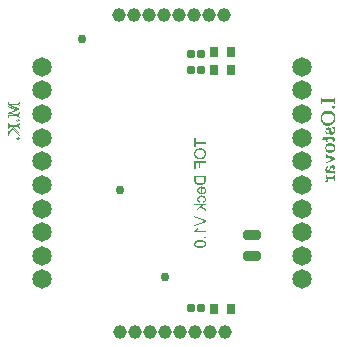
<source format=gbs>
%FSTAX23Y23*%
%MOIN*%
%SFA1B1*%

%IPPOS*%
%AMD29*
4,1,8,-0.012800,0.008400,-0.012800,-0.008400,-0.007400,-0.013800,0.007400,-0.013800,0.012800,-0.008400,0.012800,0.008400,0.007400,0.013800,-0.007400,0.013800,-0.012800,0.008400,0.0*
1,1,0.010827,-0.007400,0.008400*
1,1,0.010827,-0.007400,-0.008400*
1,1,0.010827,0.007400,-0.008400*
1,1,0.010827,0.007400,0.008400*
%
%AMD33*
4,1,8,-0.021900,-0.017900,0.021900,-0.017900,0.028500,-0.011200,0.028500,0.011200,0.021900,0.017900,-0.021900,0.017900,-0.028500,0.011200,-0.028500,-0.011200,-0.021900,-0.017900,0.0*
1,1,0.013386,-0.021900,-0.011200*
1,1,0.013386,0.021900,-0.011200*
1,1,0.013386,0.021900,0.011200*
1,1,0.013386,-0.021900,0.011200*
%
G04~CAMADD=29~8~0.0~0.0~275.6~255.9~54.1~0.0~15~0.0~0.0~0.0~0.0~0~0.0~0.0~0.0~0.0~0~0.0~0.0~0.0~90.0~256.0~276.0*
%ADD29D29*%
G04~CAMADD=33~8~0.0~0.0~570.9~358.3~66.9~0.0~15~0.0~0.0~0.0~0.0~0~0.0~0.0~0.0~0.0~0~0.0~0.0~0.0~180.0~571.0~358.0*
%ADD33D33*%
%ADD39C,0.045275*%
%ADD40C,0.064960*%
%ADD41C,0.029527*%
%ADD52R,0.029527X0.037401*%
%ADD53R,0.029527X0.037401*%
%LNdeck-1*%
%LPD*%
G36*
X00657Y00712D02*
X00691D01*
Y00706*
X00657*
Y00694*
X00652*
Y00724*
X00657*
Y00712*
G37*
G36*
X00673Y0069D02*
X00674Y0069D01*
X00676Y0069*
X00677Y0069*
X00677Y00689*
X00678Y00689*
X00679Y00689*
X00679Y00689*
X0068Y00689*
X0068Y00688*
X00681Y00688*
X00681Y00688*
X00681Y00688*
X00682Y00688*
X00682Y00688*
X00683Y00687*
X00683Y00687*
X00684Y00687*
X00685Y00686*
X00685Y00685*
X00686Y00685*
X00686Y00684*
X00687Y00684*
X00687Y00683*
X00688Y00683*
X00688Y00682*
X00688Y00682*
X00689Y00682*
X00689Y00682*
X00689Y00681*
X00689Y00681*
X00689Y00681*
X0069Y0068*
X0069Y00679*
X0069Y00678*
X00691Y00677*
X00691Y00676*
X00691Y00676*
X00691Y00675*
X00691Y00674*
X00691Y00674*
X00691Y00673*
X00691Y00673*
X00691Y00672*
Y00672*
X00691Y00671*
X00691Y0067*
X00691Y00668*
X00691Y00667*
X00691Y00667*
X0069Y00666*
X0069Y00665*
X0069Y00665*
X0069Y00664*
X0069Y00664*
X00689Y00663*
X00689Y00663*
X00689Y00663*
X00689Y00662*
X00689Y00662*
X00689Y00662*
X00688Y00661*
X00688Y0066*
X00687Y0066*
X00686Y00659*
X00686Y00658*
X00685Y00658*
X00685Y00657*
X00684Y00657*
X00684Y00657*
X00683Y00656*
X00683Y00656*
X00683Y00656*
X00682Y00656*
X00682Y00656*
X00682Y00656*
X00681Y00655*
X0068Y00655*
X00679Y00655*
X00679Y00654*
X00678Y00654*
X00677Y00654*
X00676Y00654*
X00675Y00654*
X00674Y00654*
X00674Y00653*
X00673Y00653*
X00673Y00653*
X00672Y00653*
X00672*
X00672*
X00672*
X00671Y00653*
X0067Y00653*
X00669Y00654*
X00668Y00654*
X00667Y00654*
X00666Y00654*
X00665Y00654*
X00664Y00654*
X00664Y00655*
X00663Y00655*
X00663Y00655*
X00662Y00655*
X00662Y00655*
X00662Y00656*
X00661Y00656*
X00661Y00656*
X00661Y00656*
X0066Y00657*
X00659Y00657*
X00658Y00658*
X00658Y00658*
X00657Y00659*
X00657Y00659*
X00656Y0066*
X00656Y0066*
X00655Y00661*
X00655Y00661*
X00655Y00661*
X00655Y00662*
X00654Y00662*
X00654Y00662*
X00654Y00662*
X00654Y00663*
X00653Y00664*
X00653Y00665*
X00653Y00665*
X00653Y00666*
X00652Y00667*
X00652Y00668*
X00652Y00669*
X00652Y00669*
X00652Y0067*
X00652Y0067*
X00652Y00671*
X00652Y00671*
Y00672*
X00652Y00673*
X00652Y00675*
X00652Y00676*
X00653Y00677*
X00653Y00678*
X00653Y00679*
X00654Y0068*
X00654Y00681*
X00655Y00682*
X00655Y00683*
X00656Y00684*
X00656Y00684*
X00657Y00684*
X00657Y00685*
X00657Y00685*
X00657Y00685*
X00658Y00686*
X00659Y00687*
X00661Y00687*
X00662Y00688*
X00663Y00688*
X00664Y00689*
X00665Y00689*
X00667Y00689*
X00668Y0069*
X00669Y0069*
X0067Y0069*
X00671Y0069*
X00671Y0069*
X00671*
X00672Y0069*
X00672*
X00672*
X00672*
X00672*
X00673Y0069*
G37*
G36*
X00691Y00641D02*
X00673D01*
Y00623*
X00669*
Y00641*
X00657*
Y00621*
X00652*
Y00647*
X00691*
Y00641*
G37*
G36*
Y00585D02*
X00691Y00584D01*
X00691Y00583*
X00691Y00582*
X0069Y00581*
X0069Y00581*
X0069Y0058*
X0069Y0058*
X0069Y0058*
X0069Y00579*
Y00579*
X0069Y00579*
Y00579*
X0069Y00578*
X0069Y00577*
X00689Y00577*
X00689Y00576*
X00689Y00575*
X00688Y00575*
X00688Y00575*
X00688Y00575*
Y00575*
X00688Y00574*
X00687Y00573*
X00687Y00573*
X00686Y00572*
X00686Y00572*
X00685Y00571*
X00685Y00571*
X00685Y00571*
X00685Y00571*
X00685*
X00684Y00571*
X00683Y0057*
X00682Y0057*
X00681Y00569*
X0068Y00569*
X0068Y00569*
X0068Y00569*
X0068Y00569*
X00679Y00569*
X00679Y00568*
X00679*
X00678Y00568*
X00677Y00568*
X00675Y00568*
X00674Y00568*
X00673Y00568*
X00673Y00567*
X00673*
X00672Y00567*
X00672*
X00672*
X00671*
X00671*
X0067Y00568*
X00669Y00568*
X00668Y00568*
X00667Y00568*
X00666Y00568*
X00666Y00568*
X00665Y00568*
X00664Y00568*
X00664Y00568*
X00663Y00569*
X00663Y00569*
X00663Y00569*
X00662Y00569*
X00662Y00569*
X00662*
X00661Y0057*
X0066Y0057*
X00659Y00571*
X00658Y00571*
X00658Y00571*
X00658Y00572*
X00657Y00572*
X00657Y00572*
X00656Y00573*
X00656Y00573*
X00656Y00573*
X00656Y00573*
X00656Y00573*
X00656Y00574*
X00655Y00574*
X00654Y00575*
X00654Y00576*
X00654Y00577*
X00653Y00578*
X00653Y00578*
X00653Y00579*
X00653Y00579*
X00653Y00579*
X00653Y00579*
Y00579*
X00653Y0058*
X00653Y0058*
X00653Y00581*
X00653Y00582*
X00652Y00583*
X00652Y00584*
Y00584*
X00652Y00585*
Y00599*
X00691*
Y00585*
G37*
G36*
X00678Y00563D02*
X0068Y00562D01*
X00681Y00562*
X00682Y00562*
X00683Y00562*
X00683Y00562*
X00684Y00561*
X00685Y00561*
X00686Y00561*
X00686Y0056*
X00687Y0056*
X00687Y0056*
X00687Y00559*
X00687Y00559*
X00688Y00559*
X00688Y00559*
X00688Y00558*
X00689Y00558*
X00689Y00557*
X0069Y00556*
X0069Y00555*
X0069Y00554*
X00691Y00554*
X00691Y00553*
X00691Y00552*
X00691Y00552*
X00691Y00551*
X00691Y0055*
Y0055*
X00691Y0055*
Y00549*
X00691Y00549*
X00691Y00548*
X00691Y00547*
X00691Y00546*
X00691Y00545*
X00691Y00545*
X0069Y00544*
X0069Y00544*
X0069Y00543*
X0069Y00543*
X0069Y00542*
X00689Y00542*
X00689Y00542*
X00689Y00542*
X00689Y00541*
X00689Y00541*
X00689Y00541*
X00688Y0054*
X00688Y0054*
X00687Y00539*
X00686Y00539*
X00685Y00538*
X00684Y00538*
X00684Y00538*
X00684Y00538*
X00683Y00537*
X00683Y00537*
X00683Y00537*
X00682Y00537*
X00682*
X00682Y00542*
X00683Y00542*
X00684Y00543*
X00685Y00543*
X00685Y00544*
X00686Y00544*
X00686Y00545*
X00686Y00545*
X00686Y00545*
Y00545*
X00687Y00546*
X00687Y00546*
X00687Y00547*
X00687Y00548*
X00687Y00548*
X00687Y00549*
X00688Y00549*
Y00549*
X00687Y0055*
X00687Y00551*
X00687Y00551*
X00687Y00552*
X00687Y00553*
X00686Y00554*
X00686Y00554*
X00686Y00554*
X00686Y00555*
X00686Y00555*
X00685Y00555*
X00685Y00555*
X00685Y00555*
X00685Y00555*
X00685Y00556*
X00684Y00556*
X00684Y00556*
X00683Y00557*
X00682Y00557*
X00681Y00557*
X0068Y00558*
X0068Y00558*
X00679Y00558*
X00679Y00558*
X00679Y00558*
X00678Y00558*
X00678*
X00678*
Y00537*
X00678Y00537*
X00677*
X00677*
X00677*
X00676Y00537*
X00674Y00537*
X00673Y00537*
X00672Y00538*
X00671Y00538*
X0067Y00538*
X0067Y00538*
X00669Y00539*
X00668Y00539*
X00668Y00539*
X00667Y0054*
X00667Y0054*
X00667Y0054*
X00666Y0054*
X00666Y00541*
X00666Y00541*
X00665Y00541*
X00665Y00542*
X00664Y00543*
X00664Y00543*
X00664Y00544*
X00663Y00545*
X00663Y00546*
X00663Y00546*
X00663Y00547*
X00663Y00548*
X00662Y00548*
X00662Y00549*
Y00549*
X00662Y00549*
Y0055*
X00662Y00551*
X00662Y00552*
X00663Y00553*
X00663Y00554*
X00663Y00554*
X00664Y00555*
X00664Y00556*
X00664Y00557*
X00665Y00557*
X00665Y00558*
X00665Y00558*
X00666Y00558*
X00666Y00559*
X00666Y00559*
X00666Y00559*
X00666Y00559*
X00667Y0056*
X00668Y0056*
X00669Y00561*
X0067Y00561*
X0067Y00561*
X00671Y00562*
X00672Y00562*
X00673Y00562*
X00674Y00562*
X00675Y00562*
X00675Y00563*
X00676Y00563*
X00676*
X00677Y00563*
X00677*
X00677*
X00678Y00563*
G37*
G36*
X00678Y00533D02*
X00679Y00532D01*
X00681Y00532*
X00682Y00532*
X00683Y00532*
X00683Y00532*
X00684Y00531*
X00685Y00531*
X00686Y00531*
X00686Y0053*
X00687Y0053*
X00687Y0053*
X00687Y00529*
X00688Y00529*
X00688Y00529*
X00688Y00529*
X00688Y00528*
X00689Y00528*
X00689Y00527*
X0069Y00526*
X0069Y00525*
X0069Y00525*
X00691Y00524*
X00691Y00523*
X00691Y00523*
X00691Y00522*
X00691Y00521*
X00691Y00521*
Y00521*
X00691Y0052*
Y0052*
X00691Y00519*
X00691Y00518*
X00691Y00518*
X00691Y00517*
X00691Y00516*
X00691Y00516*
X0069Y00515*
X0069Y00514*
X0069Y00514*
X0069Y00514*
X00689Y00513*
X00689Y00513*
X00689Y00513*
X00689Y00512*
X00689Y00512*
X00689Y00512*
X00688Y00512*
X00688Y00511*
X00687Y00511*
X00686Y0051*
X00686Y0051*
X00685Y0051*
X00684Y00509*
X00683Y00509*
X00683Y00509*
X00682Y00509*
X00682Y00509*
X00682Y00509*
X00681Y00508*
X00681Y00508*
X00681*
X00681Y00513*
X00681Y00513*
X00682Y00513*
X00682Y00513*
X00683Y00514*
X00683Y00514*
X00684Y00514*
X00684Y00514*
X00685Y00514*
X00685Y00515*
X00685Y00515*
X00686Y00515*
X00686Y00515*
X00686Y00515*
X00686Y00515*
X00686Y00516*
X00687Y00517*
X00687Y00518*
X00687Y00518*
X00687Y00519*
X00687Y00519*
Y0052*
X00688Y0052*
Y0052*
X00687Y00521*
X00687Y00521*
X00687Y00522*
X00687Y00522*
X00687Y00523*
X00686Y00524*
X00686Y00524*
X00686Y00525*
X00686Y00525*
X00685Y00525*
X00685Y00525*
X00685Y00526*
X00685Y00526*
X00685Y00526*
X00685Y00526*
X00684Y00526*
X00683Y00527*
X00683Y00527*
X00681Y00527*
X0068Y00528*
X00679Y00528*
X00679Y00528*
X00678Y00528*
X00678Y00528*
X00677Y00528*
X00677*
X00677*
X00677*
X00676Y00528*
X00675Y00528*
X00674Y00528*
X00673Y00527*
X00673Y00527*
X00672Y00527*
X00671Y00527*
X00671Y00527*
X0067Y00526*
X0067Y00526*
X0067Y00526*
X00669Y00526*
X00669Y00526*
X00669Y00526*
X00669Y00526*
X00669Y00526*
X00668Y00525*
X00668Y00525*
X00668Y00524*
X00667Y00524*
X00667Y00523*
X00667Y00523*
X00667Y00522*
X00666Y00521*
X00666Y00521*
X00666Y0052*
X00666Y0052*
Y0052*
X00666Y00519*
X00666Y00518*
X00667Y00517*
X00667Y00517*
X00667Y00516*
X00667Y00516*
X00668Y00516*
X00668Y00516*
X00668Y00515*
X00669Y00515*
X0067Y00514*
X0067Y00514*
X00671Y00514*
X00671Y00514*
X00672Y00514*
X00672Y00514*
X00672Y00513*
X00672*
X00671Y00509*
X0067Y00509*
X0067Y00509*
X00669Y0051*
X00668Y0051*
X00668Y0051*
X00667Y0051*
X00667Y00511*
X00666Y00511*
X00666Y00511*
X00666Y00512*
X00665Y00512*
X00665Y00512*
X00665Y00512*
X00665Y00512*
X00665Y00513*
X00665Y00513*
X00664Y00513*
X00664Y00514*
X00664Y00514*
X00663Y00515*
X00663Y00516*
X00663Y00517*
X00663Y00518*
X00662Y00518*
X00662Y00519*
X00662Y00519*
X00662Y0052*
Y0052*
X00662Y00521*
X00663Y00523*
X00663Y00524*
X00663Y00524*
X00663Y00525*
X00663Y00525*
X00663Y00525*
X00664Y00526*
X00664Y00526*
X00664Y00526*
X00664Y00526*
X00664Y00527*
Y00527*
X00665Y00528*
X00666Y00529*
X00666Y00529*
X00667Y0053*
X00668Y00531*
X00668Y00531*
X00669Y00531*
X00669Y00531*
X00669Y00531*
X00669Y00531*
X00669*
X0067Y00532*
X00672Y00532*
X00673Y00532*
X00674Y00532*
X00675Y00532*
X00675Y00533*
X00676Y00533*
X00676*
X00677Y00533*
X00677*
X00677*
X00677*
X00678Y00533*
G37*
G36*
X00691Y005D02*
X0068D01*
X00677Y00496*
X00691Y00487*
Y00481*
X00673Y00493*
X00663Y00482*
Y00489*
X00674Y005*
X00652*
Y00504*
X00691*
Y005*
G37*
G36*
Y00451D02*
Y00446D01*
X00652Y00431*
Y00436*
X0068Y00446*
X00681Y00447*
X00683Y00447*
X00684Y00448*
X00685Y00448*
X00685Y00448*
X00685Y00448*
X00686Y00448*
X00686Y00448*
X00686Y00448*
X00686Y00448*
X00687Y00448*
X00687*
X00685Y00449*
X00684Y00449*
X00683Y00449*
X00682Y0045*
X00682Y0045*
X00682Y0045*
X00681Y0045*
X00681Y0045*
X00681Y0045*
X0068Y0045*
X0068Y0045*
X0068*
X00652Y0046*
Y00466*
X00691Y00451*
G37*
G36*
X00666Y00424D02*
X00666Y00423D01*
X00665Y00422*
X00665Y00421*
X00665Y00421*
X00664Y0042*
X00664Y0042*
X00664Y0042*
X00664Y0042*
X00664Y0042*
Y0042*
X00663Y00419*
X00663Y00418*
X00662Y00417*
X00662Y00416*
X00661Y00416*
X00661Y00415*
X00661Y00415*
X00661Y00415*
X00691*
Y0041*
X00652*
Y00413*
X00653Y00414*
X00654Y00415*
X00655Y00415*
X00656Y00416*
X00656Y00417*
X00657Y00417*
X00657Y00417*
X00657Y00417*
X00657Y00418*
X00657Y00418*
X00657Y00418*
X00658Y00419*
X00659Y0042*
X0066Y00421*
X00661Y00422*
X00661Y00423*
X00661Y00423*
X00661Y00424*
X00662Y00424*
X00662Y00424*
X00662Y00424*
X00662Y00425*
X00662Y00425*
X00666*
X00666Y00424*
G37*
G36*
X00691Y0039D02*
X00685D01*
Y00396*
X00691*
Y0039*
G37*
G36*
X00674Y00383D02*
X00676Y00383D01*
X00677Y00383*
X00679Y00383*
X0068Y00383*
X00682Y00382*
X00683Y00382*
X00684Y00382*
X00685Y00381*
X00685Y00381*
X00686Y00381*
X00687Y0038*
X00687Y0038*
X00687Y0038*
X00687Y0038*
X00687Y0038*
X00688Y00379*
X00689Y00378*
X00689Y00378*
X0069Y00377*
X0069Y00376*
X0069Y00376*
X00691Y00375*
X00691Y00374*
X00691Y00373*
X00691Y00373*
X00691Y00372*
X00691Y00372*
X00691Y00372*
X00691Y00371*
Y00371*
X00691Y0037*
X00691Y00369*
X00691Y00369*
X00691Y00368*
X00691Y00367*
X00691Y00367*
X0069Y00366*
X0069Y00366*
X0069Y00365*
X0069Y00365*
X0069Y00365*
X00689Y00365*
X00689Y00364*
X00689Y00364*
X00689Y00364*
X00689Y00364*
X00689Y00364*
X00688Y00363*
X00687Y00362*
X00686Y00361*
X00685Y00361*
X00685Y00361*
X00684Y0036*
X00684Y0036*
X00683Y0036*
X00683Y0036*
X00683Y0036*
X00683Y0036*
X00683*
X00682Y0036*
X00681Y00359*
X00679Y00359*
X00677Y00359*
X00677Y00359*
X00676Y00359*
X00675Y00359*
X00674Y00359*
X00674Y00359*
X00673Y00358*
X00673*
X00672*
X00672*
X00672*
X00671*
X0067Y00359*
X00669Y00359*
X00668Y00359*
X00667Y00359*
X00666Y00359*
X00666Y00359*
X00665Y00359*
X00665Y00359*
X00664Y00359*
X00664Y00359*
X00663Y00359*
X00663Y00359*
X00663Y00359*
X00663Y00359*
X00663*
X00662Y0036*
X00661Y0036*
X0066Y0036*
X00659Y00361*
X00658Y00361*
X00658Y00361*
X00658Y00361*
X00658Y00361*
X00657Y00362*
X00657Y00362*
X00657Y00362*
X00657*
X00656Y00362*
X00656Y00363*
X00655Y00364*
X00654Y00364*
X00654Y00365*
X00654Y00365*
X00654Y00365*
X00654Y00365*
X00654Y00366*
Y00366*
X00653Y00366*
X00653Y00367*
X00653Y00368*
X00652Y00369*
X00652Y0037*
X00652Y0037*
X00652Y0037*
Y00371*
X00652Y00372*
X00652Y00372*
X00652Y00373*
X00653Y00374*
X00653Y00374*
X00653Y00375*
X00653Y00376*
X00653Y00376*
X00654Y00376*
X00654Y00377*
X00654Y00377*
X00654Y00377*
X00654Y00378*
X00654Y00378*
X00654Y00378*
X00655Y00378*
X00655Y00378*
X00655Y00379*
X00656Y0038*
X00658Y0038*
X00659Y00381*
X00659Y00381*
X00659Y00382*
X0066Y00382*
X0066Y00382*
X00661Y00382*
X00661Y00382*
X00661Y00382*
X00661*
X00662Y00382*
X00663Y00383*
X00664Y00383*
X00666Y00383*
X00667Y00383*
X00668Y00383*
X00669Y00383*
X00669Y00383*
X0067Y00383*
X00671*
X00671Y00383*
X00672*
X00672*
X00672*
X00674Y00383*
G37*
G36*
X01121Y00848D02*
Y00846D01*
X01121Y00845*
Y00843*
X01121Y00843*
Y00842*
X01121Y00838*
X01119*
X01119Y00839*
X01118Y00839*
Y0084*
X01118Y0084*
X01118Y00841*
Y00841*
X01118Y00842*
X01118Y00842*
Y00842*
X01118Y00842*
Y00842*
X01118Y00843*
X01118Y00843*
X01117Y00843*
X01117Y00843*
X01117Y00843*
X01117Y00843*
X01117Y00843*
X01116Y00844*
X01115Y00844*
X01114Y00844*
X01113Y00844*
X01113*
X01112Y00844*
X01112*
X01112*
X01111*
X01111*
X0111*
X01109*
X01108*
X01106Y00844*
X01105*
X01104*
X01102*
X01101*
X01099*
X01098*
X01097*
X01096*
X01095*
X01094*
X01094*
X01094*
X01094*
X01094*
X01094*
X01092*
X0109*
X01089*
X01087Y00844*
X01086*
X01085Y00844*
X01084*
X01084Y00844*
X01083*
X01082*
X01082Y00844*
X01081*
X01081Y00844*
X01081*
X01081*
X01081*
X0108Y00844*
X0108Y00843*
X01079Y00843*
X01079Y00843*
X01079Y00843*
X01079Y00843*
X01079Y00843*
X01079Y00843*
X01079Y00843*
X01078Y00842*
X01078Y00842*
X01078Y00841*
X01078Y0084*
X01078Y00839*
X01078Y00839*
Y00839*
X01078Y00838*
Y00838*
X01075*
X01075Y0084*
X01075Y00842*
X01075Y00844*
Y00845*
X01075Y00846*
Y0085*
X01075Y00852*
Y00854*
X01075Y00855*
Y00856*
X01075Y00857*
Y00858*
X01075Y00859*
Y00859*
X01078*
X01078Y00859*
X01078Y00858*
X01078Y00857*
X01078Y00857*
X01078Y00856*
X01078Y00856*
X01078Y00856*
X01078Y00855*
X01078Y00855*
X01079Y00855*
X01079Y00854*
Y00854*
X01079Y00854*
X01079Y00854*
X01079Y00854*
X01079Y00854*
X01079*
X0108Y00854*
X0108*
X0108Y00854*
X01081Y00854*
X01081*
X01082*
X01083Y00854*
X01084Y00853*
X01085*
X01085*
X01085*
X01086*
X01086*
X01086*
X01087Y00853*
X01089*
X0109*
X01092Y00853*
X01093*
X01094*
X01095*
X01096Y00853*
X01097*
X01097*
X01098*
X01098*
X01099*
X01099*
X01099*
X01099*
X01101*
X01103*
X01105*
X01107Y00853*
X01108*
X01109Y00853*
X01111*
X01112*
X01112Y00853*
X01113*
X01114Y00854*
X01114*
X01115Y00854*
X01115*
X01115*
X01115*
X01116Y00854*
X01117Y00854*
X01117Y00854*
X01117Y00854*
X01118Y00854*
X01118Y00854*
X01118Y00854*
X01118Y00854*
X01118Y00855*
X01118Y00855*
X01118Y00855*
X01118Y00855*
X01118Y00856*
X01118Y00857*
X01118Y00858*
X01119Y00859*
X01119Y00859*
Y00859*
X01121*
X01121Y00848*
G37*
G36*
X01118Y00832D02*
X01118Y00832D01*
X01119Y00832*
X01119Y00832*
X0112Y00831*
X0112Y00831*
X0112Y00831*
X0112Y00831*
X01121Y0083*
X01121Y0083*
X01122Y00829*
X01122Y00828*
X01122Y00828*
X01122Y00827*
Y00827*
X01122Y00826*
X01122Y00826*
X01121Y00825*
X01121Y00825*
X01121Y00824*
X01121Y00824*
X01121Y00824*
X0112Y00823*
X0112Y00823*
X01119Y00823*
X01119Y00822*
X01118Y00822*
X01118Y00822*
X01117Y00822*
X01117*
X01117*
X01116Y00822*
X01115Y00822*
X01115Y00822*
X01114Y00823*
X01114Y00823*
X01113Y00823*
X01113Y00823*
X01113Y00823*
X01113Y00824*
X01112Y00825*
X01112Y00825*
X01112Y00826*
X01112Y00826*
X01111Y00827*
Y00827*
X01112Y00828*
X01112Y00829*
X01112Y00829*
X01112Y0083*
X01113Y0083*
X01113Y00831*
X01113Y00831*
X01113Y00831*
X01114Y00831*
X01114Y00832*
X01115Y00832*
X01115Y00832*
X01116Y00832*
X01116Y00832*
X01117*
X01117*
X01118Y00832*
G37*
G36*
X01101Y00816D02*
X01103Y00816D01*
X01104Y00816*
X01106Y00815*
X01107Y00815*
X01109Y00814*
X0111Y00814*
X01111Y00813*
X01112Y00812*
X01113Y00812*
X01114Y00811*
X01115Y00811*
X01115Y0081*
X01115Y0081*
X01116Y0081*
X01116Y0081*
X01117Y00808*
X01118Y00807*
X01119Y00806*
X01119Y00804*
X0112Y00803*
X0112Y00801*
X01121Y00799*
X01121Y00798*
X01121Y00797*
X01122Y00795*
X01122Y00794*
X01122Y00793*
X01122Y00792*
X01122Y00792*
Y00791*
X01122Y0079*
X01122Y00788*
X01122Y00787*
X01121Y00786*
X01121Y00784*
X01121Y00783*
X01121Y00782*
X0112Y00781*
X0112Y0078*
X0112Y0078*
X0112Y00779*
X01119Y00778*
X01119Y00778*
X01119Y00778*
X01119Y00777*
X01119Y00777*
X01118Y00776*
X01118Y00775*
X01117Y00774*
X01116Y00774*
X01116Y00773*
X01115Y00772*
X01114Y00771*
X01113Y00771*
X01113Y0077*
X01112Y0077*
X01112Y00769*
X01111Y00769*
X01111Y00769*
X0111Y00769*
X0111Y00769*
X0111Y00768*
X01109Y00768*
X01108Y00767*
X01107Y00767*
X01106Y00767*
X01105Y00766*
X01104Y00766*
X01103Y00766*
X01102Y00766*
X01101Y00766*
X011Y00765*
X01099Y00765*
X01098Y00765*
X01098Y00765*
X01097*
X01097*
X01097*
X01096Y00765*
X01094Y00765*
X01093Y00766*
X01092Y00766*
X01091Y00766*
X0109Y00766*
X01089Y00766*
X01088Y00767*
X01088Y00767*
X01087Y00767*
X01086Y00768*
X01086Y00768*
X01086Y00768*
X01085Y00768*
X01085Y00768*
X01085Y00768*
X01084Y00769*
X01083Y00769*
X01082Y00771*
X01081Y00771*
X0108Y00772*
X0108Y00773*
X01079Y00773*
X01079Y00774*
X01079Y00775*
X01078Y00775*
X01078Y00775*
X01078Y00776*
X01078Y00776*
X01077Y00776*
X01077Y00776*
X01077Y00777*
X01076Y00778*
X01076Y0078*
X01076Y00781*
X01075Y00783*
X01075Y00784*
X01075Y00785*
X01075Y00786*
X01075Y00787*
X01075Y00788*
Y00789*
X01075Y00789*
Y0079*
X01075Y00792*
X01075Y00793*
X01075Y00795*
X01075Y00796*
X01075Y00797*
X01076Y00798*
X01076Y008*
X01076Y008*
X01076Y00801*
X01077Y00802*
X01077Y00803*
X01077Y00803*
X01077Y00804*
X01077Y00804*
X01077Y00804*
X01078Y00804*
X01078Y00805*
X01079Y00806*
X01079Y00807*
X0108Y00808*
X01081Y00809*
X01081Y0081*
X01082Y0081*
X01083Y00811*
X01083Y00811*
X01084Y00812*
X01084Y00812*
X01085Y00812*
X01085Y00813*
X01086Y00813*
X01086Y00813*
X01086Y00813*
X01087Y00814*
X01088Y00814*
X01089Y00814*
X0109Y00815*
X01092Y00815*
X01093Y00816*
X01094Y00816*
X01095Y00816*
X01096Y00816*
X01097Y00816*
X01097Y00816*
X01098Y00816*
X01098*
X01099*
X01099*
X01101Y00816*
G37*
G36*
X0112Y0076D02*
X01121Y00759D01*
X01121Y00758*
X01121Y00757*
X01121Y00756*
X01121Y00755*
X01121Y00755*
X01122Y00754*
Y00754*
X01122Y00753*
X01122Y00753*
X01122Y00752*
X01122Y00751*
X01122Y00751*
Y0075*
X01122Y00749*
X01122Y00748*
X01122Y00746*
X01121Y00745*
X01121Y00744*
X01121Y00743*
X0112Y00743*
X0112Y00742*
X0112Y00741*
X0112Y00741*
X01119Y00741*
X01119Y0074*
X01119Y0074*
X01119Y0074*
X01119Y0074*
X01118Y00739*
X01118Y00738*
X01117Y00738*
X01116Y00737*
X01116Y00737*
X01115Y00736*
X01114Y00736*
X01114Y00736*
X01113Y00736*
X01112Y00736*
X01112Y00736*
X01111Y00735*
X01111Y00735*
X01111*
X01111*
X01111*
X01109Y00735*
X01109Y00736*
X01108Y00736*
X01107Y00736*
X01106Y00736*
X01106Y00736*
X01106Y00737*
X01106Y00737*
X01105Y00737*
X01104Y00738*
X01104Y00738*
X01104Y00739*
X01103Y00739*
X01103Y0074*
X01103Y0074*
X01103Y0074*
X01103Y00741*
X01102Y00741*
X01102Y00742*
X01102Y00743*
X01102Y00744*
X01102Y00745*
X01102Y00745*
Y00745*
X01102Y00745*
Y00745*
X01102Y00746*
X01101Y00747*
X01101Y00748*
X01101Y00748*
X01101Y00749*
X01101Y00749*
X011Y0075*
X011Y0075*
X011Y00751*
X011Y00751*
X011Y00751*
X011Y00752*
X011Y00752*
X01099Y00752*
X01099Y00752*
X01098Y00753*
X01098Y00753*
X01098Y00753*
X01097Y00753*
X01097*
X01097*
X01096Y00753*
X01096Y00753*
X01095Y00753*
X01095Y00752*
X01094Y00752*
X01094Y00752*
X01094Y00752*
X01094Y00752*
X01093Y00751*
X01093Y0075*
X01093Y0075*
X01093Y00749*
X01093Y00748*
X01093Y00748*
Y00747*
X01093Y00746*
X01093Y00746*
X01093Y00745*
X01093Y00744*
X01093Y00744*
X01093Y00744*
X01093Y00743*
X01093Y00743*
X01094Y00743*
X01094Y00742*
X01094Y00742*
X01095Y00742*
X01095Y00742*
X01095Y00741*
X01095Y00741*
X01095*
X01095Y00741*
X01095Y00741*
X01096Y00741*
X01097Y00741*
X01097Y00741*
X01098Y00741*
X01099Y00741*
X01099Y00741*
X01099*
X01099*
X01099*
Y00738*
X01098*
X01097Y00738*
X01096Y00738*
X01096Y00738*
X01095*
X01094Y00738*
X01094Y00738*
X01093Y00738*
X01093Y00738*
X01092Y00738*
X01092Y00738*
X01091Y00738*
X01091*
X01091Y00738*
X01091*
X01091*
X0109Y00739*
X0109Y00741*
X0109Y00742*
X0109Y00744*
X01089Y00744*
X01089Y00745*
Y00745*
X01089Y00746*
Y00747*
X01089Y00748*
X0109Y0075*
X0109Y00751*
X0109Y00752*
X0109Y00753*
X0109Y00753*
X0109Y00753*
X0109Y00754*
X01091Y00754*
X01091Y00754*
X01091Y00754*
Y00754*
X01091Y00755*
X01092Y00756*
X01092Y00757*
X01093Y00757*
X01094Y00758*
X01094Y00758*
X01094Y00758*
X01094Y00758*
X01094*
X01095Y00759*
X01096Y00759*
X01097Y0076*
X01098Y0076*
X01099Y0076*
X01099Y0076*
X01099*
X011*
X011*
X011*
X01101Y0076*
X01102Y0076*
X01102Y0076*
X01103Y00759*
X01103Y00759*
X01104Y00759*
X01104Y00759*
X01104Y00759*
X01105Y00759*
X01105Y00758*
X01106Y00758*
X01106Y00757*
X01107Y00757*
X01107Y00756*
X01107Y00756*
X01107Y00756*
X01107Y00756*
X01107Y00755*
X01107Y00755*
X01108Y00754*
X01108Y00753*
X01108Y00752*
X01109Y00751*
X01109Y0075*
X01109Y0075*
X01109Y00749*
X01109Y00749*
X01109Y00749*
Y00749*
X01109Y00748*
X01109Y00747*
X0111Y00747*
X0111Y00746*
X0111Y00746*
X0111Y00745*
X01111Y00744*
X01111Y00744*
X01111Y00744*
X01111Y00744*
X01111Y00743*
X01112Y00743*
X01112Y00743*
X01113Y00743*
X01113Y00743*
X01114Y00743*
X01114*
X01114*
X01115Y00743*
X01115Y00743*
X01116Y00743*
X01117Y00743*
X01117Y00744*
X01117Y00744*
X01117Y00744*
X01117Y00744*
X01118Y00745*
X01118Y00746*
X01118Y00746*
X01119Y00747*
X01119Y00748*
X01119Y00749*
Y00749*
X01119Y0075*
X01119Y00751*
X01118Y00752*
X01118Y00752*
X01118Y00753*
X01118Y00753*
X01118Y00754*
X01118Y00754*
X01117Y00754*
X01117Y00755*
X01117Y00755*
X01116Y00756*
X01116Y00756*
X01116Y00756*
X01115Y00756*
X01115Y00756*
X01115Y00756*
X01115Y00756*
X01115*
X01114Y00757*
X01114Y00757*
X01113Y00757*
X01112Y00757*
X01111Y00757*
X01111*
X01111*
X01111*
X01111*
Y0076*
X01112*
X01113Y0076*
X01114Y0076*
X01115*
X01115Y0076*
X01116Y0076*
X01117*
X01117Y0076*
X01118Y0076*
X01118Y0076*
X01119*
X01119Y0076*
X01119*
X0112Y0076*
X0112*
X0112*
X0112Y0076*
G37*
G36*
X01097Y00732D02*
X01097Y00731D01*
Y00731*
X01096Y0073*
Y00729*
X01097Y00728*
X01097*
X01098*
X01099*
X01101Y00728*
X01102*
X01103Y00728*
X01104*
X01104*
X01105*
X01105Y00728*
X01106*
X01106*
X01106*
X01107*
X01108Y00728*
X01109*
X0111Y00728*
X01111*
X01111*
X01112*
X01112Y00728*
X01113*
X01113*
X01114*
X01114*
X01114*
X01114*
X01114*
X01115Y00728*
X01116Y00728*
X01117Y00728*
X01117Y00728*
X01118Y00727*
X01118Y00727*
X01119Y00727*
X01119Y00727*
X01119Y00727*
X0112Y00726*
X0112Y00726*
X0112Y00726*
X01121Y00725*
X01121Y00725*
X01121Y00725*
X01121Y00725*
X01121Y00724*
X01122Y00723*
X01122Y00722*
X01122Y00722*
X01122Y00721*
X01122Y0072*
Y00719*
X01122Y00719*
Y00718*
X01122Y00718*
Y00718*
X01122Y00717*
X01122Y00717*
X01122Y00716*
Y00716*
X01122Y00716*
Y00716*
X01121Y00715*
X0112Y00714*
X01119Y00714*
X01118Y00713*
X01118Y00713*
X01117Y00712*
X01117Y00712*
X01117Y00712*
X01116Y00713*
X01116Y00713*
X01116Y00714*
X01116Y00714*
Y00714*
X01116Y00714*
Y00714*
X01116Y00715*
X01116Y00715*
Y00716*
X01116Y00717*
X01116Y00717*
X01116Y00718*
X01116Y00718*
X01115Y00719*
X01115Y00719*
X01115Y00719*
X01115Y00719*
X01115Y00719*
X01115Y00719*
X01114Y00719*
X01113Y00719*
X01112Y00719*
X01111Y00719*
X0111Y0072*
X01108Y0072*
X01107Y0072*
X01106*
X01105Y0072*
X01104*
X01103*
X01103*
X01103*
X01103*
X01102*
X01102*
X01101*
X011*
X01099Y0072*
X01099*
X01098*
X01097Y0072*
X01097*
X01097*
X01097*
X01097*
X01096Y00719*
X01096Y00718*
Y00716*
X01096Y00715*
Y00714*
X01097Y00714*
X01097Y00713*
Y00712*
X01097Y00712*
Y00711*
X01095Y00711*
X01095Y00711*
X01094Y00711*
X01094Y00711*
X01094Y00711*
X01093Y00711*
X01093*
X01092Y0071*
X01092Y00711*
X01092Y00712*
X01092Y00713*
X01092Y00714*
X01092Y00715*
X01092Y00715*
Y00717*
X01092Y00718*
X01092Y00718*
X01092Y00719*
Y00719*
X01092Y00719*
X01092Y0072*
Y0072*
X01091Y0072*
X01089Y00719*
X01088Y00719*
X01087Y00719*
X01086Y00719*
X01085Y00719*
X01084Y00719*
X01083Y00719*
X01082Y00719*
X01081Y00719*
X01081Y00719*
X0108Y00719*
X0108Y00719*
X0108*
X01079Y00719*
X01079*
X01079Y0072*
X01079Y00721*
X0108Y00723*
X0108Y00724*
X01081Y00725*
X01081Y00726*
X01081Y00726*
X01082Y00727*
X01082Y00727*
X01082Y00728*
X01082Y00728*
X01082Y00728*
Y00728*
X01084Y00728*
X01085Y00728*
X01087Y00728*
X01089Y00728*
X01089*
X0109*
X01091*
X01091Y00728*
X01092*
X01092*
X01092*
X01092*
X01095Y00732*
X01097*
X01097Y00732*
G37*
G36*
X01107Y00708D02*
X01108Y00708D01*
X0111Y00707*
X01111Y00707*
X01112Y00707*
X01113Y00706*
X01114Y00706*
X01115Y00706*
X01115Y00705*
X01116Y00705*
X01117Y00705*
X01117Y00704*
X01117Y00704*
X01118Y00704*
X01118Y00704*
X01118Y00704*
X01119Y00703*
X01119Y00702*
X0112Y00701*
X0112Y007*
X01121Y00699*
X01121Y00698*
X01121Y00697*
X01121Y00696*
X01122Y00696*
X01122Y00695*
X01122Y00694*
X01122Y00693*
Y00693*
X01122Y00692*
Y00692*
X01122Y00691*
X01122Y00689*
X01122Y00688*
X01121Y00687*
X01121Y00686*
X01121Y00685*
X0112Y00684*
X0112Y00683*
X01119Y00682*
X01119Y00682*
X01119Y00681*
X01118Y00681*
X01118Y00681*
X01118Y0068*
X01118Y0068*
X01118Y0068*
X01117Y00679*
X01116Y00679*
X01115Y00678*
X01114Y00678*
X01113Y00677*
X01112Y00677*
X0111Y00676*
X01109Y00676*
X01109Y00676*
X01108Y00676*
X01107Y00676*
X01106Y00676*
X01106Y00676*
X01105*
X01105*
X01105*
X01103Y00676*
X01102Y00676*
X01101Y00676*
X011Y00676*
X01099Y00677*
X01098Y00677*
X01097Y00677*
X01096Y00678*
X01095Y00678*
X01095Y00678*
X01094Y00679*
X01094Y00679*
X01093Y00679*
X01093Y00679*
X01093Y00679*
X01093Y00679*
X01092Y0068*
X01092Y00681*
X01091Y00682*
X01091Y00683*
X01091Y00684*
X0109Y00685*
X0109Y00687*
X0109Y00688*
X0109Y00689*
X01089Y00689*
X01089Y0069*
X01089Y00691*
Y00691*
X01089Y00693*
X0109Y00694*
X0109Y00696*
X0109Y00697*
X0109Y00698*
X01091Y00699*
X01091Y007*
X01092Y00701*
X01092Y00702*
X01093Y00702*
X01093Y00703*
X01093Y00703*
X01094Y00704*
X01094Y00704*
X01094Y00704*
X01094Y00704*
X01095Y00705*
X01096Y00705*
X01097Y00706*
X01097Y00706*
X01098Y00707*
X01099Y00707*
X01101Y00707*
X01102Y00707*
X01103Y00708*
X01104Y00708*
X01104Y00708*
X01105Y00708*
X01105*
X01106*
X01106*
X01107Y00708*
G37*
G36*
X01093Y00672D02*
X01093Y00671D01*
X01093Y00671*
X01093Y00671*
X01093Y0067*
X01093Y0067*
X01093Y0067*
X01094Y0067*
X01094Y0067*
X01094Y00669*
X01095Y00669*
X01095Y00669*
X01095Y00669*
X01095Y00669*
X01096Y00668*
X01096Y00668*
X01097Y00668*
X01098Y00668*
X01099Y00667*
X01101Y00666*
X01101Y00666*
X01102Y00666*
X01103Y00666*
X01103Y00665*
X01104Y00665*
X01104Y00665*
X01104Y00665*
X01104Y00665*
X01106Y00664*
X01108Y00663*
X0111Y00663*
X01112Y00662*
X01113Y00661*
X01115Y00661*
X01116Y0066*
X01117Y0066*
X01118Y0066*
X01119Y00659*
X0112Y00659*
X0112Y00659*
X01121Y00659*
X01121Y00658*
X01121Y00658*
X01121*
Y00653*
X01119Y00652*
X01116Y00651*
X01114Y0065*
X01112Y00649*
X0111Y00648*
X01109Y00647*
X01107Y00647*
X01106Y00646*
X01105Y00645*
X01104Y00645*
X01103Y00645*
X01102Y00644*
X01102Y00644*
X01101Y00644*
X01101Y00644*
X01101Y00644*
X011Y00643*
X01099Y00643*
X01098Y00642*
X01097Y00642*
X01096Y00641*
X01096Y00641*
X01095Y00641*
X01095Y00641*
X01094Y0064*
X01094Y0064*
X01094Y0064*
X01094Y0064*
X01094Y0064*
X01094Y0064*
X01093Y0064*
X01093Y00639*
X01093Y00639*
X01093Y00638*
X01093Y00637*
X01093Y00637*
Y00637*
X0109*
X0109Y00638*
X0109Y00639*
X0109Y0064*
Y00641*
X0109Y00642*
Y00644*
X0109Y00645*
Y00646*
X0109Y00647*
X0109Y00648*
Y00649*
X0109Y00649*
Y0065*
X01093*
X01093Y00649*
Y00649*
X01093Y00648*
Y00648*
X01093Y00647*
X01093Y00647*
X01093Y00646*
X01093Y00646*
X01093Y00646*
X01093Y00646*
X01094Y00646*
X01094Y00646*
X01094*
X01094*
X01094Y00646*
X01095Y00646*
X01095Y00646*
X01096Y00646*
X01097Y00646*
X01097Y00647*
X01099Y00647*
X011Y00648*
X01101Y00648*
X01101Y00648*
X01102Y00648*
X01102Y00648*
X01102Y00649*
X01102Y00649*
X01112Y00653*
X01101Y00657*
X01096Y00659*
X01095Y00659*
X01095Y00659*
X01095Y00659*
X01094*
X01094Y00659*
X01094*
X01094Y00659*
X01093Y00659*
X01093Y00659*
X01093Y00659*
X01093Y00659*
X01093Y00659*
X01093Y00658*
X01093Y00658*
X01093Y00657*
X01093Y00656*
X01093Y00656*
Y00655*
X0109*
X0109Y00657*
X0109Y00659*
X0109Y0066*
Y00662*
X0109Y00662*
Y00664*
X0109Y00673*
X01093*
X01093Y00672*
G37*
G36*
X01115Y00633D02*
X01116Y00633D01*
X01118Y00633*
X01118Y00632*
X01119Y00632*
X0112Y00632*
X0112Y00631*
X0112Y00631*
X01121Y00631*
X01121Y0063*
X01121Y00629*
X01122Y00628*
X01122Y00627*
X01122Y00627*
X01122Y00626*
Y00626*
X01122Y00625*
X01122Y00624*
X01122Y00624*
X01122Y00623*
X01122Y00623*
X01122Y00623*
Y00623*
X01116Y00616*
X01121Y00616*
X01121Y00616*
X01121Y00614*
X01121Y00613*
X01121Y00612*
Y00609*
X01121Y00608*
Y00607*
X01121Y00606*
Y00606*
X01121Y00603*
X01119*
X01119Y00604*
X01118Y00604*
X01118Y00605*
X01118Y00606*
X01118Y00606*
X01118Y00607*
X01118Y00607*
X01118Y00607*
Y00607*
X01118Y00607*
X01117Y00607*
X01117Y00608*
X01117*
X01117Y00608*
X01117*
X01116Y00608*
X01115Y00608*
X01114*
X01114Y00608*
X01113*
X01113*
X01112*
X01112*
X01112*
X01111*
X0111*
X01109Y00608*
X01108*
X01107*
X01106Y00608*
X01106*
X01106*
X01105*
X01105*
X01105*
X01105Y00608*
X01104*
X01103*
X01103Y00608*
X01102*
X01101Y00608*
X011*
X011*
X011*
X011*
X01098Y00608*
X01097Y00608*
X01096Y00608*
X01095Y00608*
X01095Y00608*
X01094Y00609*
X01094Y00609*
X01094Y00609*
X01093Y00609*
X01092Y0061*
X01092Y0061*
X01091Y00611*
X01091Y00611*
X01091Y00612*
X01091Y00612*
X01091Y00612*
Y00612*
X0109Y00613*
X0109Y00614*
X0109Y00615*
X0109Y00616*
X01089Y00617*
Y00618*
X01089Y00618*
Y0062*
X01089Y0062*
X0109Y00621*
X0109Y00622*
X0109Y00622*
X0109Y00623*
X0109Y00623*
X0109Y00623*
X0109Y00623*
X0109Y00624*
X01091Y00625*
X01092Y00626*
X01092Y00627*
X01093Y00628*
X01093Y00629*
X01093Y00629*
X01094Y0063*
X01094Y0063*
X01094Y0063*
X01094Y0063*
X01095*
X01097Y0063*
X01098Y0063*
X01099Y00628*
X01095Y00626*
X01095Y00626*
X01095Y00625*
X01095Y00625*
X01095Y00625*
X01094Y00625*
Y00625*
X01094Y00624*
X01094Y00623*
Y00622*
X01094Y00621*
X01095Y0062*
X01095Y00619*
X01095Y00619*
X01096Y00618*
X01096Y00618*
X01097Y00617*
X01097Y00617*
X01097*
X01097Y00617*
X01098Y00616*
X01099Y00616*
X011Y00616*
X01101Y00616*
X01101Y00616*
X01102*
X01102Y00616*
X01102*
X01102*
X01102*
X01103Y00618*
X01103Y0062*
X01104Y00621*
X01104Y00623*
X01104Y00624*
X01105Y00626*
X01105Y00627*
X01105Y00628*
X01106Y00628*
X01106Y00629*
X01106Y0063*
X01107Y0063*
X01107Y0063*
X01107Y0063*
X01107Y00631*
X01107Y00631*
X01107Y00631*
X01108Y00631*
X01109Y00632*
X0111Y00633*
X01111Y00633*
X01112Y00633*
X01113Y00633*
X01113*
X01113Y00633*
X01114*
X01114*
X01114*
X01115Y00633*
G37*
G36*
X01121Y00598D02*
X01121Y00596D01*
Y00595*
X01121Y00594*
Y0059*
X01121Y00589*
Y00587*
X01121Y00587*
Y00586*
X01121Y00582*
X01119*
X01119Y00583*
Y00584*
X01118Y00584*
X01118Y00585*
X01118Y00585*
X01118Y00586*
X01118Y00586*
X01118Y00586*
X01118Y00587*
X01118Y00587*
X01118Y00587*
Y00587*
X01118Y00587*
X01117Y00588*
X01117Y00588*
X01117*
X01117*
X01116Y00588*
X01116*
X01115Y00588*
X01115*
X01114Y00588*
X01113*
X01111*
X0111Y00588*
X0111*
X01109*
X01108*
X01108*
X01107*
X01107*
X01107*
X01106*
X01105*
X01104*
X01104Y00588*
X01103*
X01102*
X01102Y00588*
X01102*
X01101*
X01101Y00588*
X01101*
X01101*
X011Y00588*
X011*
X011Y00588*
X01099Y00587*
X01099Y00587*
X01099Y00587*
X01098Y00586*
X01098Y00586*
X01098Y00586*
X01098Y00586*
X01098Y00585*
X01097Y00585*
X01097Y00584*
X01097Y00584*
X01097Y00583*
X01097Y00583*
Y00582*
X01097Y00582*
X01097Y00581*
X01097Y00581*
X01097Y00581*
X01097Y0058*
X01097Y0058*
Y0058*
X01098Y0058*
X01098Y0058*
X01099Y00579*
X01099Y00579*
X01099Y00579*
X01099Y00579*
X01099Y00579*
X01099Y00577*
X01098*
X01097Y00577*
X01096*
X01095Y00577*
X01094*
X01093Y00577*
X01093*
X01092Y00577*
X01092Y00577*
X01091*
X01091Y00577*
X0109*
X0109*
X0109Y00577*
X0109*
X0109*
X0109Y00577*
X01089Y00578*
X01089Y00578*
Y00579*
X01089Y0058*
X0109Y00581*
X0109Y00581*
X0109Y00581*
X0109Y00582*
X0109Y00582*
X0109Y00582*
X0109Y00582*
X01091Y00583*
X01091Y00584*
X01092Y00584*
X01092Y00584*
X01092Y00584*
X01092Y00584*
X01093Y00585*
X01094Y00586*
X01095Y00586*
X01095Y00587*
X01096Y00587*
X01096Y00588*
X01096Y00588*
X01096Y00588*
X01095*
X01094*
X01093*
X01092Y00588*
X01091*
X01091*
X01091*
X0109*
X0109Y00588*
X0109*
X0109Y00588*
X01089Y00588*
X01089Y00588*
Y00588*
X01091Y00592*
X01091Y00592*
X01091Y00593*
X01091Y00594*
X01091Y00595*
X01092Y00596*
X01092Y00598*
X01092Y00598*
X01092Y00599*
X01092Y006*
X01092Y006*
X01092Y00601*
Y00601*
X01092Y00601*
Y00601*
X01095*
X01095Y00601*
Y006*
X01095Y006*
X01095Y00599*
Y00599*
X01095Y00598*
X01095Y00598*
X01095Y00597*
X01095Y00597*
X01095Y00597*
X01096Y00597*
X01096Y00597*
X01096Y00597*
X01096*
X01096*
X01097Y00596*
X01097*
X01098Y00596*
X01098*
X01099Y00596*
X011*
X01101Y00596*
X01102*
X01103*
X01104*
X01104*
X01105*
X01105*
X01105*
X01105*
X01107*
X01108*
X0111Y00596*
X01111*
X01112Y00596*
X01112*
X01113*
X01113*
X01114Y00596*
X01114*
X01114*
X01114*
X01115Y00597*
X01116Y00597*
X01116Y00597*
X01117Y00597*
X01117Y00597*
X01117Y00597*
X01118Y00597*
X01118*
X01118Y00597*
X01118Y00597*
X01118Y00597*
X01118Y00598*
X01118Y00598*
X01118Y00598*
X01118Y00598*
X01118Y00599*
X01118Y006*
X01119Y006*
X01119Y00601*
Y00601*
X01121*
X01121Y00598*
G37*
G36*
X0007Y00842D02*
X0007Y00841D01*
X0007Y00841*
X0007Y0084*
Y00839*
X0007Y00839*
X00069Y00838*
Y00838*
X00069Y00837*
Y00836*
X00069Y00835*
X0007Y00834*
Y00834*
X0007Y00833*
X0007Y00832*
X0007Y00832*
Y00832*
X0007Y00831*
X0007Y0083*
Y0083*
X00068*
X00068Y00831*
X00067Y00831*
X00067Y00832*
X00067Y00833*
X00066Y00833*
X00066Y00833*
X00065Y00834*
X00065Y00834*
X00064Y00834*
X00064Y00835*
X00063Y00835*
X00063Y00835*
X00063Y00835*
X00062Y00835*
X00062Y00835*
Y00835*
X00062*
X00062Y00835*
X00061Y00835*
X00061Y00835*
X0006Y00835*
X0006Y00834*
X0006Y00834*
X0006Y00834*
X0006*
X0004Y00834*
X0007Y0082*
X00066Y00818*
X00032Y00834*
X00032Y00836*
X00032Y00839*
X00032Y0084*
X00032Y00841*
X00032Y00842*
X00032Y00842*
X00032Y00842*
Y00843*
X00032Y00843*
Y00843*
X00034*
X00034Y00842*
X00034Y00842*
X00035Y0084*
X00035Y0084*
X00036Y00839*
X00036Y00838*
X00036Y00838*
X00037Y00837*
X00037Y00837*
X0006Y00838*
X00061Y00839*
X00062Y00839*
X00063Y00839*
X00064Y00839*
X00065Y0084*
X00065Y0084*
X00066Y0084*
X00067Y00841*
X00067Y00841*
X00067Y00842*
X00068Y00842*
X00068Y00842*
X00068Y00843*
X00068Y00843*
X00068Y00843*
Y00843*
X0007*
X0007Y00842*
G37*
G36*
X00064Y00817D02*
X0004Y00807D01*
X00059Y00806*
X00059Y00806*
X0006Y00806*
X0006Y00806*
X00061Y00805*
X00061Y00805*
X00061Y00805*
X00061Y00805*
X00061*
Y00805*
X00061Y00805*
X00061Y00805*
X00062Y00806*
X00063Y00806*
X00064Y00806*
X00065Y00806*
X00065Y00807*
X00066Y00807*
X00066Y00808*
X00067Y00808*
X00067Y00809*
X00067Y00809*
X00068Y00809*
X00068Y0081*
X00068Y0081*
X00068Y0081*
X00068Y0081*
Y0081*
X0007*
X0007Y00807*
X0007Y00806*
X0007Y00806*
X00069Y00805*
X00069Y00805*
Y00801*
X00032Y00803*
Y00807*
X00056Y00817*
X00032Y00828*
Y00832*
X00064Y00817*
G37*
G36*
X00069Y008D02*
Y00799D01*
X00069Y00798*
X0007Y00796*
X0007Y00795*
X0007Y00794*
Y00793*
X0007Y00793*
X0007Y00792*
Y00792*
X0007Y00792*
Y00791*
X00068*
X00068Y00792*
X00067Y00793*
X00067Y00794*
X00067Y00794*
X00066Y00795*
X00066Y00795*
X00066Y00795*
X00066Y00795*
X00065Y00796*
X00065Y00796*
X00064Y00796*
X00063Y00796*
X00062Y00796*
X00061Y00796*
X00061*
X0006Y00797*
X0006*
X0006Y00797*
X0006*
X00059*
X00043Y00797*
X0004Y00797*
X00039Y00797*
X00038Y00797*
X00038Y00797*
X00037Y00797*
X00036Y00797*
X00036Y00796*
X00036Y00796*
X00036Y00796*
X00035Y00796*
X00035Y00795*
X00034Y00795*
X00034Y00794*
X00034Y00793*
X00034Y00793*
X00034Y00793*
Y00792*
X00032*
X00032Y00793*
X00032Y00794*
X00032Y00795*
X00032Y00796*
X00032Y00797*
X00032Y00797*
Y00798*
X00032Y00798*
Y00799*
X00032Y00799*
Y00802*
X00069Y008*
G37*
G36*
X0007Y00783D02*
X00068Y0078D01*
X00062Y00786*
X00065Y00788*
X0007Y00783*
G37*
G36*
X00067Y00779D02*
X00065Y00777D01*
X00059Y00783*
X00062Y00785*
X00067Y00779*
G37*
G36*
X0007Y00772D02*
X0007Y00771D01*
X0007Y00771*
X0007Y0077*
Y00769*
X0007Y00768*
X00069Y00768*
Y00767*
X00069Y00766*
Y00765*
X00032*
X00032Y00767*
X00032Y00768*
X00032Y0077*
X00032Y00771*
X00032Y00772*
Y00772*
X00032Y00772*
X00032Y00773*
Y00773*
X00032Y00773*
Y00774*
X00034*
X00034Y00773*
X00034Y00772*
X00034Y00771*
X00035Y00771*
X00035Y00771*
X00035Y0077*
X00035Y0077*
Y0077*
X00036Y0077*
X00037Y0077*
X00037Y0077*
X00038Y0077*
X00039Y0077*
X00039Y00769*
X0004*
X0004*
X0004*
X0004*
X00062*
X00063Y0077*
X00064Y0077*
X00065Y0077*
X00065Y0077*
X00066Y0077*
X00066Y00771*
X00067Y00771*
X00067Y00771*
X00067Y00772*
X00067Y00772*
X00068Y00773*
X00068Y00773*
X00068Y00773*
X00068Y00774*
Y00774*
X0007*
X0007Y00772*
G37*
G36*
X00069Y00763D02*
X00069Y00762D01*
X0007Y0076*
X0007Y00759*
X0007Y00758*
Y00758*
X0007Y00757*
X0007Y00757*
Y00756*
X0007Y00756*
Y00756*
X00068*
X00068Y00757*
X00067Y00757*
X00067Y00758*
X00067Y00758*
X00066Y00759*
X00066Y00759*
X00066Y00759*
X00066Y00759*
X00066Y00759*
X00065Y0076*
X00064Y0076*
X00064Y0076*
X00063Y0076*
X00063Y0076*
X00062*
X00062*
X00062*
X00051*
X00069Y00744*
Y0074*
X00047Y00759*
X00048Y0076*
X00043*
X00042*
X00041Y0076*
X0004*
X0004Y0076*
X00039Y0076*
X00038Y0076*
X00038Y0076*
X00037Y0076*
X00037Y0076*
X00037Y00759*
X00037*
X00036Y00759*
X00036Y00759*
X00036*
X00036Y00759*
X00035Y00758*
X00035Y00758*
X00034Y00757*
X00034Y00757*
X00034Y00756*
X00034Y00756*
X00034Y00756*
Y00756*
X00032*
X00032Y00757*
X00032Y00758*
X00032Y0076*
X00032Y00761*
X00032Y00762*
Y00762*
X00032Y00763*
Y00763*
X00032Y00764*
Y00764*
X00069*
Y00763*
G37*
G36*
Y00737D02*
Y00735D01*
X00069Y00735*
Y00735*
X0007Y00734*
Y00734*
X0007Y00733*
X0007Y00732*
X0007Y00731*
X0007Y00731*
Y00731*
X0007Y0073*
Y0073*
X00068*
X00068Y00731*
X00068Y00731*
X00067Y00732*
X00067Y00733*
X00066Y00734*
X00066Y00735*
X00064Y00736*
X00064Y00737*
X00063Y00737*
X00063Y00738*
X00062Y00738*
X00062Y00739*
X00061Y00739*
X00061Y00739*
X00061Y00739*
X00047Y00753*
X00041Y00746*
X00041Y00746*
X00041Y00746*
Y00746*
X00039Y00743*
X00039Y00742*
X00038Y00741*
X00037Y0074*
X00037Y00739*
X00036Y00738*
X00036Y00737*
X00035Y00737*
X00035Y00736*
X00035Y00735*
X00034Y00734*
X00034Y00734*
X00034Y00733*
X00034Y00733*
X00034Y00733*
X00034Y00733*
Y00732*
X00032*
X00032Y00734*
X00032Y00735*
X00032Y00735*
X00032Y00736*
X00032Y00737*
Y00737*
X00032Y00738*
Y00738*
X00032Y00739*
Y00739*
X00032Y00739*
Y00741*
X00032Y00742*
Y00743*
X00032Y00743*
Y00743*
X00032Y00744*
X00032Y00745*
X00032Y00746*
Y00747*
X00032Y00748*
Y00748*
X00034*
X00034Y00748*
X00034Y00747*
X00035Y00747*
X00035Y00746*
X00035Y00746*
X00035Y00746*
X00035Y00746*
X00035*
X00036Y00746*
X00036Y00746*
X00036Y00747*
X00037Y00747*
X00037Y00747*
X00038Y00748*
X00039Y00749*
X00039Y00749*
X00039Y0075*
X0004Y0075*
X0004Y0075*
X0004Y0075*
X00046Y00758*
X00069Y00737*
G37*
G36*
X0007Y00723D02*
X00068Y0072D01*
X00062Y00726*
X00065Y00728*
X0007Y00723*
G37*
G36*
X00067Y0072D02*
X00065Y00717D01*
X00059Y00723*
X00062Y00725*
X00067Y0072*
G37*
%LNdeck-2*%
%LPC*%
G36*
X00672Y00685D02*
X00672D01*
X00672*
X00671Y00685*
X00669Y00685*
X00668Y00684*
X00667Y00684*
X00665Y00684*
X00664Y00684*
X00664Y00683*
X00663Y00683*
X00662Y00683*
X00661Y00682*
X00661Y00682*
X00661Y00682*
X0066Y00681*
X0066Y00681*
X0066Y00681*
X0066Y00681*
X00659Y0068*
X00659Y00679*
X00658Y00679*
X00658Y00678*
X00657Y00677*
X00657Y00676*
X00657Y00676*
X00657Y00675*
X00656Y00674*
X00656Y00674*
X00656Y00673*
X00656Y00673*
Y00672*
X00656Y00672*
Y00671*
X00656Y0067*
X00656Y00669*
X00657Y00668*
X00657Y00667*
X00657Y00667*
X00657Y00666*
X00657Y00666*
X00658Y00666*
X00658Y00665*
X00658Y00665*
X00658Y00665*
X00658Y00665*
X00658Y00665*
X00659Y00664*
X0066Y00663*
X00661Y00662*
X00661Y00661*
X00662Y00661*
X00663Y00661*
X00663Y00661*
X00663Y0066*
X00663Y0066*
X00663Y0066*
X00663*
X00665Y0066*
X00666Y00659*
X00668Y00659*
X00669Y00659*
X00669Y00659*
X0067Y00659*
X0067Y00659*
X00671*
X00671Y00659*
X00671*
X00672*
X00672*
X00673Y00659*
X00674Y00659*
X00675Y00659*
X00677Y00659*
X00678Y00659*
X00679Y0066*
X00679Y0066*
X0068Y0066*
X00681Y00661*
X00681Y00661*
X00682Y00661*
X00682Y00662*
X00683Y00662*
X00683Y00662*
X00683Y00662*
X00683Y00662*
X00684Y00663*
X00684Y00664*
X00685Y00665*
X00685Y00665*
X00686Y00666*
X00686Y00667*
X00686Y00668*
X00687Y00668*
X00687Y00669*
X00687Y0067*
X00687Y0067*
X00687Y00671*
X00687Y00671*
X00687Y00672*
Y00672*
X00687Y00673*
X00687Y00674*
X00687Y00675*
X00686Y00676*
X00686Y00676*
X00686Y00677*
X00685Y00678*
X00685Y00679*
X00685Y00679*
X00684Y0068*
X00684Y0068*
X00684Y0068*
X00684Y00681*
X00683Y00681*
X00683Y00681*
X00683Y00681*
X00682Y00682*
X00682Y00682*
X00681Y00683*
X0068Y00683*
X00679Y00684*
X00678Y00684*
X00677Y00684*
X00676Y00684*
X00675Y00685*
X00675Y00685*
X00674Y00685*
X00673Y00685*
X00673*
X00672Y00685*
G37*
G36*
X00686Y00594D02*
X00657D01*
Y00585*
X00657Y00585*
X00657Y00584*
X00657Y00583*
X00657Y00583*
X00657Y00582*
X00657Y00582*
X00657Y00581*
X00657Y00581*
X00657Y0058*
X00658Y0058*
X00658Y0058*
X00658Y0058*
X00658Y0058*
X00658Y0058*
Y0058*
X00658Y00579*
X00658Y00578*
X00659Y00578*
X0066Y00577*
X0066Y00576*
X00661Y00575*
X00661Y00575*
X00662Y00575*
X00662Y00575*
X00662Y00575*
X00662Y00575*
X00662Y00575*
X00663Y00574*
X00663Y00574*
X00665Y00574*
X00666Y00573*
X00668Y00573*
X00669Y00573*
X00669Y00573*
X0067Y00573*
X0067*
X00671Y00573*
X00671*
X00671*
X00671*
X00673Y00573*
X00674Y00573*
X00675Y00573*
X00676Y00573*
X00676Y00573*
X00677Y00573*
X00677Y00573*
X00678Y00573*
X00678Y00573*
X00678Y00574*
X00678Y00574*
X00679Y00574*
X00679Y00574*
X00679*
X0068Y00574*
X00681Y00575*
X00682Y00575*
X00682Y00575*
X00683Y00576*
X00683Y00576*
X00684Y00576*
X00684Y00576*
X00684Y00577*
X00684Y00577*
X00684Y00578*
X00685Y00578*
X00685Y00579*
X00685Y00579*
X00685Y0058*
X00686Y0058*
X00686Y0058*
X00686Y0058*
Y0058*
X00686Y00581*
X00686Y00582*
X00686Y00583*
X00686Y00584*
X00686Y00585*
Y00585*
X00686Y00585*
Y00594*
G37*
G36*
X00674Y00558D02*
X00674Y00557D01*
X00673Y00557*
X00672Y00557*
X00671Y00557*
X0067Y00556*
X0067Y00556*
X0067Y00556*
X00669Y00556*
X00669Y00556*
X00669Y00555*
X00669Y00555*
X00668Y00555*
X00668Y00555*
X00668Y00555*
X00668Y00555*
X00668Y00554*
X00667Y00554*
X00667Y00553*
X00667Y00552*
X00666Y00552*
X00666Y00551*
X00666Y0055*
X00666Y0055*
X00666Y0055*
Y0055*
X00666Y00549*
X00666Y00548*
X00666Y00548*
X00667Y00547*
X00667Y00546*
X00667Y00546*
X00668Y00545*
X00668Y00545*
X00668Y00545*
X00668Y00544*
X00669Y00544*
X00669Y00544*
X00669Y00544*
X00669Y00544*
X00669Y00544*
X0067Y00543*
X0067Y00543*
X00671Y00543*
X00672Y00542*
X00673Y00542*
X00673Y00542*
X00674Y00542*
X00674Y00542*
X00674Y00542*
X00674*
X00674*
Y00558*
G37*
G36*
X00673Y00379D02*
X00672D01*
X00672*
X00672*
X00672*
X00672*
X00672*
X0067Y00379*
X00669Y00379*
X00667Y00378*
X00666Y00378*
X00665Y00378*
X00664Y00378*
X00663Y00378*
X00662Y00377*
X00661Y00377*
X00661Y00377*
X0066Y00377*
X0066Y00377*
X00659Y00376*
X00659Y00376*
X00659Y00376*
X00659Y00376*
X00658Y00376*
X00658Y00375*
X00658Y00375*
X00657Y00375*
X00657Y00374*
X00657Y00374*
X00657Y00373*
X00656Y00372*
X00656Y00372*
X00656Y00372*
X00656Y00371*
Y00371*
X00656Y0037*
X00656Y0037*
X00656Y00369*
X00657Y00369*
X00657Y00368*
X00658Y00367*
X00658Y00367*
X00658Y00366*
X00659Y00366*
X00659Y00366*
X00659Y00366*
X00659Y00366*
X00659Y00366*
X00659Y00366*
X0066Y00365*
X00661Y00365*
X00662Y00364*
X00663Y00364*
X00664Y00364*
X00665Y00364*
X00667Y00364*
X00668Y00363*
X00669Y00363*
X0067Y00363*
X0067Y00363*
X00671Y00363*
X00671*
X00671*
X00672*
X00672*
X00672*
X00672*
X00674Y00363*
X00675Y00363*
X00677Y00363*
X00678Y00364*
X00679Y00364*
X0068Y00364*
X00681Y00364*
X00682Y00364*
X00682Y00365*
X00683Y00365*
X00683Y00365*
X00684Y00365*
X00684Y00365*
X00684Y00365*
X00684Y00365*
X00684Y00366*
X00685Y00366*
X00685Y00366*
X00686Y00367*
X00686Y00367*
X00687Y00368*
X00687Y00368*
X00687Y00369*
X00687Y00369*
X00687Y0037*
X00687Y0037*
X00687Y0037*
Y00371*
X00688Y00371*
Y00371*
X00687Y00372*
X00687Y00372*
X00687Y00373*
X00687Y00373*
X00687Y00374*
X00686Y00375*
X00685Y00376*
X00685Y00376*
X00685Y00376*
X00685Y00376*
X00685Y00376*
X00685Y00376*
X00684Y00376*
X00684Y00377*
X00683Y00377*
X00682Y00377*
X00681Y00378*
X0068Y00378*
X00679Y00378*
X00677Y00378*
X00676Y00378*
X00675Y00379*
X00674Y00379*
X00673Y00379*
X00673Y00379*
G37*
G36*
X01098Y00806D02*
X01098D01*
X01097*
X01097*
X01096Y00806*
X01094Y00806*
X01092Y00806*
X01091Y00805*
X0109Y00805*
X01089Y00805*
X01087Y00804*
X01086Y00804*
X01086Y00804*
X01085Y00803*
X01084Y00803*
X01084Y00803*
X01083Y00802*
X01083Y00802*
X01083Y00802*
X01083Y00802*
X01082Y00801*
X01081Y00801*
X01081Y008*
X0108Y00799*
X0108Y00798*
X01079Y00797*
X01079Y00796*
X01079Y00795*
X01079Y00794*
X01078Y00794*
X01078Y00793*
X01078Y00792*
Y00792*
X01078Y00791*
Y00791*
X01078Y0079*
X01078Y00788*
X01079Y00787*
X01079Y00786*
X01079Y00785*
X0108Y00784*
X0108Y00783*
X0108Y00783*
X01081Y00782*
X01081Y00781*
X01082Y00781*
X01082Y00781*
X01082Y0078*
X01083Y0078*
X01083Y0078*
X01083Y0078*
X01084Y00779*
X01085Y00778*
X01086Y00778*
X01088Y00777*
X01089Y00777*
X0109Y00776*
X01092Y00776*
X01093Y00776*
X01094Y00776*
X01095Y00776*
X01096Y00775*
X01097Y00775*
X01098*
X01098Y00775*
X01098*
X01099*
X01099*
X01099*
X01101Y00775*
X01102Y00776*
X01104Y00776*
X01105Y00776*
X01107Y00776*
X01108Y00777*
X01109Y00777*
X0111Y00777*
X01111Y00778*
X01112Y00778*
X01112Y00778*
X01113Y00779*
X01113Y00779*
X01113Y00779*
X01114Y00779*
X01114Y00779*
X01114Y0078*
X01115Y00781*
X01116Y00782*
X01116Y00783*
X01117Y00783*
X01117Y00784*
X01118Y00785*
X01118Y00786*
X01118Y00787*
X01118Y00788*
X01118Y00788*
X01118Y00789*
Y00789*
X01118Y0079*
Y0079*
X01118Y00792*
X01118Y00793*
X01118Y00794*
X01118Y00795*
X01118Y00796*
X01117Y00796*
X01117Y00797*
X01117Y00797*
X01117Y00798*
X01117Y00798*
X01116Y00798*
X01116Y00798*
X01116Y00798*
Y00798*
X01116Y00799*
X01115Y008*
X01114Y00801*
X01113Y00802*
X01112Y00802*
X01111Y00803*
X0111Y00803*
X0111Y00804*
X0111Y00804*
X01109Y00804*
X01109Y00804*
X01109*
X01107Y00805*
X01105Y00805*
X01103Y00806*
X01102Y00806*
X01102Y00806*
X01101Y00806*
X011Y00806*
X01099Y00806*
X01099*
X01098Y00806*
G37*
G36*
X01104Y00699D02*
X01104D01*
X01104*
X01103*
X01102*
X01101Y00699*
X011Y00698*
X011Y00698*
X01099Y00698*
X01098Y00698*
X01098Y00698*
X01097Y00698*
X01097Y00698*
X01096Y00697*
X01096Y00697*
X01096Y00697*
X01095Y00697*
X01095Y00697*
X01095Y00697*
X01095Y00697*
X01094Y00696*
X01094Y00695*
X01093Y00695*
X01093Y00694*
X01093Y00693*
X01093Y00693*
X01093Y00692*
Y00692*
X01093Y00691*
X01093Y00691*
X01093Y0069*
X01093Y00689*
X01094Y00688*
X01094Y00688*
X01095Y00687*
X01095Y00687*
X01095Y00687*
X01095*
X01096Y00686*
X01097Y00686*
X01098Y00686*
X01099Y00686*
X01101Y00685*
X01103Y00685*
X01104Y00685*
X01104Y00685*
X01105Y00685*
X01106*
X01107Y00685*
X01107*
X01107*
X01107*
X01109*
X0111Y00685*
X01111Y00685*
X01112Y00685*
X01112Y00685*
X01113Y00685*
X01114Y00685*
X01114Y00686*
X01115Y00686*
X01115Y00686*
X01116Y00686*
X01116Y00686*
X01116Y00686*
X01116Y00686*
X01116Y00686*
X01116*
X01117Y00687*
X01117Y00687*
X01118Y00688*
X01118Y00689*
X01118Y00689*
X01119Y0069*
X01119Y00691*
X01119Y00691*
Y00691*
X01119Y00692*
X01119Y00692*
X01118Y00693*
X01118Y00694*
X01117Y00695*
X01117Y00696*
X01116Y00696*
X01116Y00696*
X01116Y00696*
X01116*
X01115Y00697*
X01114Y00697*
X01113Y00697*
X01112Y00698*
X0111Y00698*
X01108Y00698*
X01107Y00698*
X01106Y00698*
X01106Y00699*
X01105*
X01104Y00699*
G37*
G36*
X01112Y00625D02*
X01112D01*
X01112*
X01111Y00625*
X0111Y00625*
X01109Y00625*
X01109Y00624*
X01108Y00624*
X01108Y00624*
X01108Y00623*
X01108Y00623*
X01108Y00623*
X01107Y00623*
X01107Y00622*
X01107Y00621*
X01106Y0062*
X01106Y00619*
X01106Y00618*
X01105Y00617*
X01105Y00617*
X01105Y00616*
X01105Y00616*
X01105Y00616*
Y00616*
X01113*
X01114Y00616*
X01114Y00617*
X01114Y00617*
X01115Y00618*
X01115Y00619*
X01116Y0062*
X01116Y0062*
X01116Y00621*
X01116Y00621*
Y00621*
X01116Y00622*
X01116Y00622*
X01116Y00623*
X01115Y00623*
X01115Y00624*
X01115Y00624*
X01115Y00624*
X01115Y00624*
X01114Y00624*
X01114Y00625*
X01113Y00625*
X01113Y00625*
X01112Y00625*
X01112Y00625*
G37*
%LNdeck-3*%
%LPD*%
G54D29*
X00676Y00951D03*
X0064D03*
X00676Y01004D03*
X0064D03*
X00676Y00157D03*
X0064D03*
G54D33*
X00844Y00331D03*
Y00401D03*
G54D39*
X00504Y00078D03*
X00554D03*
X00604D03*
X00704D03*
X00654D03*
X00754D03*
X00404D03*
X00454D03*
X00653Y01135D03*
X00603D03*
X00553D03*
X00453D03*
X00503D03*
X00403D03*
X00753D03*
X00703D03*
G54D40*
X00145Y0041D03*
Y00253D03*
Y00332D03*
Y00647D03*
Y00489D03*
Y00568D03*
Y00883D03*
Y00725D03*
Y00804D03*
Y00962D03*
X01011Y0041D03*
Y00253D03*
Y00332D03*
Y00647D03*
Y00489D03*
Y00568D03*
Y00883D03*
Y00725D03*
Y00804D03*
Y00962D03*
G54D41*
X00554Y00261D03*
X00404Y00551D03*
X00279Y01053D03*
G54D52*
X00718Y00155D03*
X00775D03*
Y00951D03*
X00718D03*
G54D53*
X00775Y0101D03*
X00718D03*
M02*
</source>
